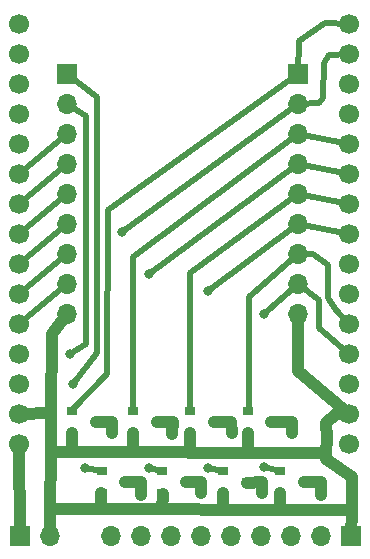
<source format=gbr>
G04 #@! TF.GenerationSoftware,KiCad,Pcbnew,(5.0.0)*
G04 #@! TF.CreationDate,2019-08-02T15:13:00-07:00*
G04 #@! TF.ProjectId,Sequence Controller,53657175656E636520436F6E74726F6C,rev?*
G04 #@! TF.SameCoordinates,Original*
G04 #@! TF.FileFunction,Copper,L1,Top,Signal*
G04 #@! TF.FilePolarity,Positive*
%FSLAX46Y46*%
G04 Gerber Fmt 4.6, Leading zero omitted, Abs format (unit mm)*
G04 Created by KiCad (PCBNEW (5.0.0)) date 08/02/19 15:13:00*
%MOMM*%
%LPD*%
G01*
G04 APERTURE LIST*
G04 #@! TA.AperFunction,ComponentPad*
%ADD10C,1.700000*%
G04 #@! TD*
G04 #@! TA.AperFunction,ComponentPad*
%ADD11O,1.700000X1.700000*%
G04 #@! TD*
G04 #@! TA.AperFunction,ComponentPad*
%ADD12R,1.700000X1.700000*%
G04 #@! TD*
G04 #@! TA.AperFunction,SMDPad,CuDef*
%ADD13R,0.900000X0.800000*%
G04 #@! TD*
G04 #@! TA.AperFunction,ViaPad*
%ADD14C,0.800000*%
G04 #@! TD*
G04 #@! TA.AperFunction,Conductor*
%ADD15C,0.500000*%
G04 #@! TD*
G04 #@! TA.AperFunction,Conductor*
%ADD16C,1.000000*%
G04 #@! TD*
G04 APERTURE END LIST*
D10*
G04 #@! TO.P,U1,1*
G04 #@! TO.N,Net-(U1-Pad1)*
X112760001Y-75590001D03*
G04 #@! TO.P,U1,2*
G04 #@! TO.N,Net-(U1-Pad2)*
X112760001Y-78130001D03*
G04 #@! TO.P,U1,3*
G04 #@! TO.N,Net-(U1-Pad3)*
X112760001Y-80670001D03*
G04 #@! TO.P,U1,4*
G04 #@! TO.N,Net-(U1-Pad4)*
X112760001Y-83210001D03*
G04 #@! TO.P,U1,5*
G04 #@! TO.N,Net-(U1-Pad5)*
X112760001Y-85750001D03*
G04 #@! TO.P,U1,6*
G04 #@! TO.N,Net-(ExtOut1-Pad3)*
X112760001Y-88290001D03*
G04 #@! TO.P,U1,7*
G04 #@! TO.N,Net-(ExtOut1-Pad4)*
X112760001Y-90830001D03*
G04 #@! TO.P,U1,8*
G04 #@! TO.N,Net-(ExtOut1-Pad5)*
X112760001Y-93370001D03*
G04 #@! TO.P,U1,9*
G04 #@! TO.N,Net-(ExtOut1-Pad6)*
X112760001Y-95910001D03*
G04 #@! TO.P,U1,10*
G04 #@! TO.N,Net-(ExtOut1-Pad7)*
X112760001Y-98450001D03*
G04 #@! TO.P,U1,11*
G04 #@! TO.N,Net-(ExtOut1-Pad8)*
X112760001Y-100990001D03*
G04 #@! TO.P,U1,12*
G04 #@! TO.N,Net-(ExtOut1-Pad2)*
X112760001Y-103530001D03*
G04 #@! TO.P,U1,13*
G04 #@! TO.N,Net-(ExtOut1-Pad1)*
X112760001Y-106070001D03*
G04 #@! TO.P,U1,14*
G04 #@! TO.N,/GND*
X112760001Y-108610001D03*
G04 #@! TO.P,U1,15*
G04 #@! TO.N,Net-(J1-Pad1)*
X112760001Y-111150001D03*
G04 #@! TO.P,U1,16*
G04 #@! TO.N,Net-(U1-Pad16)*
X140700001Y-111150001D03*
G04 #@! TO.P,U1,17*
G04 #@! TO.N,/GND*
X140700001Y-108610001D03*
G04 #@! TO.P,U1,18*
G04 #@! TO.N,Net-(U1-Pad18)*
X140700001Y-106070001D03*
G04 #@! TO.P,U1,19*
G04 #@! TO.N,Net-(ExtIn1-Pad8)*
X140700001Y-103530001D03*
G04 #@! TO.P,U1,20*
G04 #@! TO.N,Net-(ExtIn1-Pad7)*
X140700001Y-100990001D03*
G04 #@! TO.P,U1,21*
G04 #@! TO.N,Net-(U1-Pad21)*
X140700001Y-98450001D03*
G04 #@! TO.P,U1,22*
G04 #@! TO.N,Net-(U1-Pad22)*
X140700001Y-95910001D03*
G04 #@! TO.P,U1,23*
G04 #@! TO.N,Net-(ExtIn1-Pad6)*
X140700001Y-93370001D03*
G04 #@! TO.P,U1,24*
G04 #@! TO.N,Net-(ExtIn1-Pad5)*
X140700001Y-90830001D03*
G04 #@! TO.P,U1,25*
G04 #@! TO.N,Net-(ExtIn1-Pad4)*
X140700001Y-88290001D03*
G04 #@! TO.P,U1,26*
G04 #@! TO.N,Net-(ExtIn1-Pad3)*
X140700001Y-85750001D03*
G04 #@! TO.P,U1,27*
G04 #@! TO.N,Net-(U1-Pad27)*
X140700001Y-83210001D03*
G04 #@! TO.P,U1,28*
G04 #@! TO.N,Net-(U1-Pad28)*
X140700001Y-80670001D03*
G04 #@! TO.P,U1,29*
G04 #@! TO.N,Net-(ExtIn1-Pad2)*
X140700001Y-78130001D03*
G04 #@! TO.P,U1,30*
G04 #@! TO.N,Net-(ExtIn1-Pad1)*
X140700001Y-75590001D03*
G04 #@! TD*
D11*
G04 #@! TO.P,ExtIn1,9*
G04 #@! TO.N,/GND*
X136410000Y-100140000D03*
G04 #@! TO.P,ExtIn1,8*
G04 #@! TO.N,Net-(ExtIn1-Pad8)*
X136410000Y-97600000D03*
G04 #@! TO.P,ExtIn1,7*
G04 #@! TO.N,Net-(ExtIn1-Pad7)*
X136410000Y-95060000D03*
G04 #@! TO.P,ExtIn1,6*
G04 #@! TO.N,Net-(ExtIn1-Pad6)*
X136410000Y-92520000D03*
G04 #@! TO.P,ExtIn1,5*
G04 #@! TO.N,Net-(ExtIn1-Pad5)*
X136410000Y-89980000D03*
G04 #@! TO.P,ExtIn1,4*
G04 #@! TO.N,Net-(ExtIn1-Pad4)*
X136410000Y-87440000D03*
G04 #@! TO.P,ExtIn1,3*
G04 #@! TO.N,Net-(ExtIn1-Pad3)*
X136410000Y-84900000D03*
G04 #@! TO.P,ExtIn1,2*
G04 #@! TO.N,Net-(ExtIn1-Pad2)*
X136410000Y-82360000D03*
D12*
G04 #@! TO.P,ExtIn1,1*
G04 #@! TO.N,Net-(ExtIn1-Pad1)*
X136410000Y-79820000D03*
G04 #@! TD*
G04 #@! TO.P,ExtOut1,1*
G04 #@! TO.N,Net-(ExtOut1-Pad1)*
X116820000Y-79820000D03*
D11*
G04 #@! TO.P,ExtOut1,2*
G04 #@! TO.N,Net-(ExtOut1-Pad2)*
X116820000Y-82360000D03*
G04 #@! TO.P,ExtOut1,3*
G04 #@! TO.N,Net-(ExtOut1-Pad3)*
X116820000Y-84900000D03*
G04 #@! TO.P,ExtOut1,4*
G04 #@! TO.N,Net-(ExtOut1-Pad4)*
X116820000Y-87440000D03*
G04 #@! TO.P,ExtOut1,5*
G04 #@! TO.N,Net-(ExtOut1-Pad5)*
X116820000Y-89980000D03*
G04 #@! TO.P,ExtOut1,6*
G04 #@! TO.N,Net-(ExtOut1-Pad6)*
X116820000Y-92520000D03*
G04 #@! TO.P,ExtOut1,7*
G04 #@! TO.N,Net-(ExtOut1-Pad7)*
X116820000Y-95060000D03*
G04 #@! TO.P,ExtOut1,8*
G04 #@! TO.N,Net-(ExtOut1-Pad8)*
X116820000Y-97600000D03*
G04 #@! TO.P,ExtOut1,9*
G04 #@! TO.N,/GND*
X116820000Y-100140000D03*
G04 #@! TD*
G04 #@! TO.P,Output1,9*
G04 #@! TO.N,Net-(Output1-Pad9)*
X120600000Y-118940000D03*
G04 #@! TO.P,Output1,8*
G04 #@! TO.N,Net-(Output1-Pad8)*
X123140000Y-118940000D03*
G04 #@! TO.P,Output1,7*
G04 #@! TO.N,Net-(Output1-Pad7)*
X125680000Y-118940000D03*
G04 #@! TO.P,Output1,6*
G04 #@! TO.N,Net-(Output1-Pad6)*
X128220000Y-118940000D03*
G04 #@! TO.P,Output1,5*
G04 #@! TO.N,Net-(Output1-Pad5)*
X130760000Y-118940000D03*
G04 #@! TO.P,Output1,4*
G04 #@! TO.N,Net-(Output1-Pad4)*
X133300000Y-118940000D03*
G04 #@! TO.P,Output1,3*
G04 #@! TO.N,Net-(Output1-Pad3)*
X135840000Y-118940000D03*
G04 #@! TO.P,Output1,2*
G04 #@! TO.N,Net-(Output1-Pad2)*
X138380000Y-118940000D03*
D12*
G04 #@! TO.P,Output1,1*
G04 #@! TO.N,/GND*
X140920000Y-118940000D03*
G04 #@! TD*
D13*
G04 #@! TO.P,Q1,3*
G04 #@! TO.N,Net-(Output1-Pad9)*
X119280000Y-109320000D03*
G04 #@! TO.P,Q1,2*
G04 #@! TO.N,/GND*
X117280000Y-110270000D03*
G04 #@! TO.P,Q1,1*
G04 #@! TO.N,Net-(ExtIn1-Pad1)*
X117280000Y-108370000D03*
G04 #@! TD*
G04 #@! TO.P,Q2,1*
G04 #@! TO.N,Net-(ExtIn1-Pad2)*
X119780000Y-113440000D03*
G04 #@! TO.P,Q2,2*
G04 #@! TO.N,/GND*
X119780000Y-115340000D03*
G04 #@! TO.P,Q2,3*
G04 #@! TO.N,Net-(Output1-Pad8)*
X121780000Y-114390000D03*
G04 #@! TD*
G04 #@! TO.P,Q3,3*
G04 #@! TO.N,Net-(Output1-Pad7)*
X124420000Y-109320000D03*
G04 #@! TO.P,Q3,2*
G04 #@! TO.N,/GND*
X122420000Y-110270000D03*
G04 #@! TO.P,Q3,1*
G04 #@! TO.N,Net-(ExtIn1-Pad3)*
X122420000Y-108370000D03*
G04 #@! TD*
G04 #@! TO.P,Q4,3*
G04 #@! TO.N,Net-(Output1-Pad6)*
X126910000Y-114390000D03*
G04 #@! TO.P,Q4,2*
G04 #@! TO.N,/GND*
X124910000Y-115340000D03*
G04 #@! TO.P,Q4,1*
G04 #@! TO.N,Net-(ExtIn1-Pad4)*
X124910000Y-113440000D03*
G04 #@! TD*
G04 #@! TO.P,Q5,1*
G04 #@! TO.N,Net-(ExtIn1-Pad5)*
X127260000Y-108370000D03*
G04 #@! TO.P,Q5,2*
G04 #@! TO.N,/GND*
X127260000Y-110270000D03*
G04 #@! TO.P,Q5,3*
G04 #@! TO.N,Net-(Output1-Pad5)*
X129260000Y-109320000D03*
G04 #@! TD*
G04 #@! TO.P,Q6,1*
G04 #@! TO.N,Net-(ExtIn1-Pad6)*
X130080000Y-113440000D03*
G04 #@! TO.P,Q6,2*
G04 #@! TO.N,/GND*
X130080000Y-115340000D03*
G04 #@! TO.P,Q6,3*
G04 #@! TO.N,Net-(Output1-Pad4)*
X132080000Y-114390000D03*
G04 #@! TD*
G04 #@! TO.P,Q7,3*
G04 #@! TO.N,Net-(Output1-Pad3)*
X134140000Y-109320000D03*
G04 #@! TO.P,Q7,2*
G04 #@! TO.N,/GND*
X132140000Y-110270000D03*
G04 #@! TO.P,Q7,1*
G04 #@! TO.N,Net-(ExtIn1-Pad7)*
X132140000Y-108370000D03*
G04 #@! TD*
G04 #@! TO.P,Q8,1*
G04 #@! TO.N,Net-(ExtIn1-Pad8)*
X134910000Y-113440000D03*
G04 #@! TO.P,Q8,2*
G04 #@! TO.N,/GND*
X134910000Y-115340000D03*
G04 #@! TO.P,Q8,3*
G04 #@! TO.N,Net-(Output1-Pad2)*
X136910000Y-114390000D03*
G04 #@! TD*
D11*
G04 #@! TO.P,J1,2*
G04 #@! TO.N,/GND*
X115420000Y-118940000D03*
D12*
G04 #@! TO.P,J1,1*
G04 #@! TO.N,Net-(J1-Pad1)*
X112880000Y-118940000D03*
G04 #@! TD*
D14*
G04 #@! TO.N,Net-(ExtIn1-Pad8)*
X133550000Y-113150000D03*
X133540000Y-100160000D03*
G04 #@! TO.N,Net-(ExtIn1-Pad6)*
X128750000Y-98250000D03*
X128750000Y-113250000D03*
G04 #@! TO.N,Net-(ExtIn1-Pad4)*
X123750000Y-96750000D03*
X123750000Y-113250000D03*
G04 #@! TO.N,Net-(ExtIn1-Pad2)*
X118370000Y-113180000D03*
X121500000Y-93250000D03*
G04 #@! TO.N,Net-(ExtOut1-Pad1)*
X117330000Y-106060000D03*
G04 #@! TO.N,Net-(ExtOut1-Pad2)*
X117050000Y-103540000D03*
G04 #@! TO.N,Net-(Output1-Pad9)*
X120670000Y-109300000D03*
X120654150Y-110240000D03*
G04 #@! TO.N,Net-(Output1-Pad8)*
X123080000Y-115490000D03*
X123080000Y-114410000D03*
G04 #@! TO.N,Net-(Output1-Pad7)*
X125761397Y-110330000D03*
X125800000Y-109320000D03*
G04 #@! TO.N,Net-(Output1-Pad6)*
X128210000Y-114430000D03*
X128204035Y-115340000D03*
G04 #@! TO.N,Net-(Output1-Pad5)*
X130720000Y-109310000D03*
X130778045Y-110260000D03*
G04 #@! TO.N,Net-(Output1-Pad4)*
X133330000Y-114420000D03*
X133331648Y-115340000D03*
G04 #@! TO.N,Net-(Output1-Pad3)*
X135867144Y-110290000D03*
X135870000Y-109320000D03*
G04 #@! TO.N,Net-(Output1-Pad2)*
X138350000Y-115540000D03*
X138380000Y-114360000D03*
G04 #@! TD*
D15*
G04 #@! TO.N,Net-(ExtIn1-Pad8)*
X134910000Y-113440000D02*
X133550000Y-113150000D01*
X138150000Y-101370000D02*
X140700001Y-103530001D01*
X136410000Y-97600000D02*
X138170000Y-98970000D01*
X138170000Y-98970000D02*
X138150000Y-101370000D01*
X133540000Y-100160000D02*
X136410000Y-97600000D01*
G04 #@! TO.N,Net-(ExtIn1-Pad7)*
X139590000Y-99820000D02*
X140700001Y-100990001D01*
X138910000Y-98790000D02*
X139590000Y-99820000D01*
X138910000Y-96040000D02*
X138910000Y-98790000D01*
X136410000Y-95060000D02*
X137650000Y-95060000D01*
X137650000Y-95060000D02*
X138910000Y-96040000D01*
X132250000Y-98750000D02*
X136410000Y-95060000D01*
X132250000Y-108250000D02*
X132250000Y-98750000D01*
G04 #@! TO.N,Net-(ExtIn1-Pad6)*
X136410000Y-92520000D02*
X140700001Y-93370001D01*
X136410000Y-92520000D02*
X128750000Y-98250000D01*
X130080000Y-113440000D02*
X128750000Y-113250000D01*
G04 #@! TO.N,Net-(ExtIn1-Pad5)*
X136410000Y-89980000D02*
X140700001Y-90830001D01*
X127240000Y-96690000D02*
X127250000Y-108360000D01*
X136410000Y-89980000D02*
X127240000Y-96690000D01*
G04 #@! TO.N,Net-(ExtIn1-Pad4)*
X136410000Y-87440000D02*
X140700001Y-88290001D01*
X136410000Y-87440000D02*
X123750000Y-96750000D01*
X124910000Y-113440000D02*
X123750000Y-113250000D01*
G04 #@! TO.N,Net-(ExtIn1-Pad3)*
X136410000Y-84900000D02*
X140700001Y-85750001D01*
X122440000Y-95360000D02*
X122390000Y-108300000D01*
X136410000Y-84900000D02*
X122440000Y-95360000D01*
G04 #@! TO.N,Net-(ExtIn1-Pad2)*
X119780000Y-113440000D02*
X118370000Y-113180000D01*
X139000000Y-78250000D02*
X140700001Y-78130001D01*
X138580000Y-78920000D02*
X139000000Y-78250000D01*
X138550000Y-81850000D02*
X138580000Y-78920000D01*
X136410000Y-82360000D02*
X138200000Y-82340000D01*
X138200000Y-82340000D02*
X138550000Y-81850000D01*
X136410000Y-82360000D02*
X121500000Y-93250000D01*
G04 #@! TO.N,Net-(ExtIn1-Pad1)*
X140700001Y-75590001D02*
X138670000Y-75540000D01*
X138670000Y-75540000D02*
X136470000Y-77070000D01*
X136470000Y-77070000D02*
X136410000Y-79820000D01*
X120260000Y-105230000D02*
X117240000Y-108340000D01*
X136410000Y-79820000D02*
X120280000Y-91340000D01*
X120280000Y-91340000D02*
X120260000Y-105230000D01*
G04 #@! TO.N,Net-(ExtOut1-Pad1)*
X119380000Y-81790000D02*
X116820000Y-79820000D01*
X119380000Y-81790000D02*
X119377508Y-103459822D01*
X119377508Y-103459822D02*
X119320000Y-103460000D01*
X119377508Y-103459822D02*
X117330000Y-106060000D01*
G04 #@! TO.N,Net-(ExtOut1-Pad2)*
X118480000Y-83440000D02*
X116820000Y-82360000D01*
X118450000Y-102730000D02*
X118480000Y-83440000D01*
X117050000Y-103540000D02*
X118450000Y-102730000D01*
G04 #@! TO.N,Net-(ExtOut1-Pad3)*
X116820000Y-84900000D02*
X112760001Y-88290001D01*
G04 #@! TO.N,Net-(ExtOut1-Pad4)*
X116820000Y-87440000D02*
X112760001Y-90830001D01*
G04 #@! TO.N,Net-(ExtOut1-Pad5)*
X116820000Y-89980000D02*
X112760001Y-93370001D01*
G04 #@! TO.N,Net-(ExtOut1-Pad6)*
X116820000Y-92520000D02*
X112760001Y-95910001D01*
G04 #@! TO.N,Net-(ExtOut1-Pad7)*
X116820000Y-95060000D02*
X112760001Y-98450001D01*
G04 #@! TO.N,Net-(ExtOut1-Pad8)*
X116820000Y-97600000D02*
X112760001Y-100990001D01*
D16*
G04 #@! TO.N,Net-(Output1-Pad9)*
X119280000Y-109320000D02*
X120670000Y-109300000D01*
X120670000Y-109300000D02*
X120654150Y-110240000D01*
G04 #@! TO.N,Net-(Output1-Pad8)*
X121780000Y-114390000D02*
X123080000Y-114410000D01*
X123080000Y-114410000D02*
X123080000Y-115490000D01*
X123080000Y-114410000D02*
X123080000Y-114410000D01*
G04 #@! TO.N,Net-(Output1-Pad7)*
X125800000Y-109320000D02*
X124420000Y-109320000D01*
X125761397Y-110330000D02*
X125800000Y-109320000D01*
G04 #@! TO.N,Net-(Output1-Pad6)*
X126910000Y-114390000D02*
X128210000Y-114430000D01*
X128210000Y-114430000D02*
X128204035Y-115340000D01*
G04 #@! TO.N,Net-(Output1-Pad5)*
X130720000Y-109310000D02*
X129260000Y-109320000D01*
X130720000Y-109310000D02*
X130778045Y-110260000D01*
G04 #@! TO.N,Net-(Output1-Pad4)*
X133330000Y-114420000D02*
X132080000Y-114470000D01*
X133330000Y-114420000D02*
X133331648Y-115340000D01*
G04 #@! TO.N,Net-(Output1-Pad3)*
X135870000Y-109320000D02*
X135867144Y-110290000D01*
X135870000Y-109320000D02*
X134140000Y-109320000D01*
G04 #@! TO.N,Net-(Output1-Pad2)*
X136910000Y-114390000D02*
X138380000Y-114360000D01*
X138380000Y-114360000D02*
X138350000Y-115540000D01*
X138380000Y-114360000D02*
X138380000Y-114360000D01*
G04 #@! TO.N,/GND*
X140700001Y-108610001D02*
X139600000Y-108600000D01*
X139600000Y-108600000D02*
X138780000Y-109360000D01*
X138780000Y-109360000D02*
X138844429Y-110640000D01*
X132140000Y-110270000D02*
X132120000Y-111818605D01*
X115460000Y-108570000D02*
X112760001Y-108610001D01*
X117280000Y-110270000D02*
X117270000Y-111775228D01*
X122420000Y-110270000D02*
X122400000Y-111790212D01*
X127260000Y-110270000D02*
X127280000Y-111804466D01*
X140700001Y-108610001D02*
X136420000Y-105000000D01*
X136420000Y-105000000D02*
X136410000Y-100140000D01*
X115460000Y-108570000D02*
X115530000Y-101890000D01*
X115530000Y-101890000D02*
X116820000Y-100140000D01*
X115420000Y-118940000D02*
X115430695Y-116710000D01*
X134890000Y-115320000D02*
X134910000Y-116780000D01*
X130070000Y-115300000D02*
X130070000Y-116740000D01*
X124940000Y-115390000D02*
X124920000Y-116720000D01*
X119730000Y-115320000D02*
X119750000Y-116670000D01*
X138805290Y-111920000D02*
X138844429Y-110640000D01*
X115470000Y-112060000D02*
X115460000Y-108570000D01*
X115430695Y-116710000D02*
X141000000Y-116750000D01*
X138790000Y-112420000D02*
X138805290Y-111920000D01*
X141000000Y-114000000D02*
X138790000Y-112420000D01*
X140920000Y-118940000D02*
X140960000Y-116730000D01*
X140960000Y-116730000D02*
X141000000Y-114000000D01*
X115430695Y-116710000D02*
X115440000Y-111960000D01*
X115480000Y-111840000D02*
X138805290Y-111920000D01*
G04 #@! TO.N,Net-(J1-Pad1)*
X112880000Y-118940000D02*
X112760001Y-111150001D01*
G04 #@! TD*
M02*

</source>
